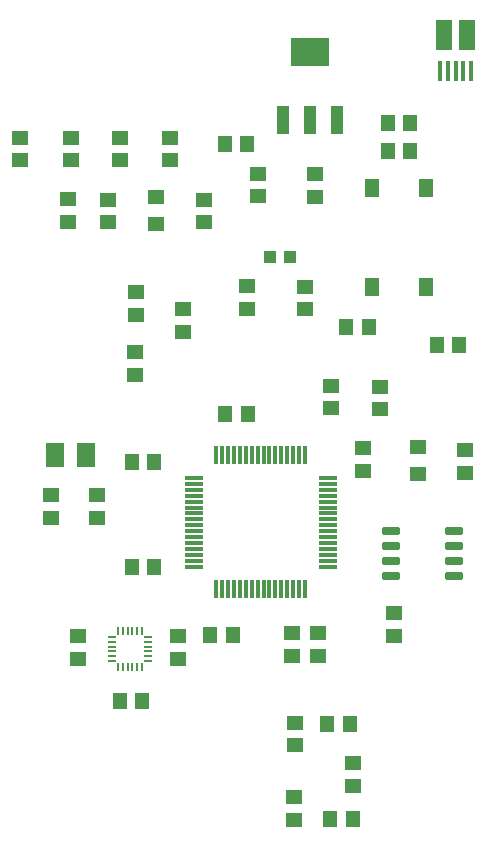
<source format=gbr>
%TF.GenerationSoftware,Altium Limited,Altium Designer,20.2.5 (213)*%
G04 Layer_Color=8421504*
%FSLAX45Y45*%
%MOMM*%
%TF.SameCoordinates,0B4FD596-2A60-4D0F-BAE7-1B06E363B609*%
%TF.FilePolarity,Positive*%
%TF.FileFunction,Paste,Top*%
%TF.Part,Single*%
G01*
G75*
%TA.AperFunction,SMDPad,CuDef*%
%ADD10R,1.39700X1.27000*%
%ADD11R,1.20000X1.40000*%
G04:AMPARAMS|DCode=12|XSize=1.58mm|YSize=0.6mm|CornerRadius=0.075mm|HoleSize=0mm|Usage=FLASHONLY|Rotation=0.000|XOffset=0mm|YOffset=0mm|HoleType=Round|Shape=RoundedRectangle|*
%AMROUNDEDRECTD12*
21,1,1.58000,0.45000,0,0,0.0*
21,1,1.43000,0.60000,0,0,0.0*
1,1,0.15000,0.71500,-0.22500*
1,1,0.15000,-0.71500,-0.22500*
1,1,0.15000,-0.71500,0.22500*
1,1,0.15000,0.71500,0.22500*
%
%ADD12ROUNDEDRECTD12*%
G04:AMPARAMS|DCode=13|XSize=1.56mm|YSize=0.28mm|CornerRadius=0.07mm|HoleSize=0mm|Usage=FLASHONLY|Rotation=90.000|XOffset=0mm|YOffset=0mm|HoleType=Round|Shape=RoundedRectangle|*
%AMROUNDEDRECTD13*
21,1,1.56000,0.14000,0,0,90.0*
21,1,1.42000,0.28000,0,0,90.0*
1,1,0.14000,0.07000,0.71000*
1,1,0.14000,0.07000,-0.71000*
1,1,0.14000,-0.07000,-0.71000*
1,1,0.14000,-0.07000,0.71000*
%
%ADD13ROUNDEDRECTD13*%
G04:AMPARAMS|DCode=14|XSize=1.56mm|YSize=0.28mm|CornerRadius=0.07mm|HoleSize=0mm|Usage=FLASHONLY|Rotation=180.000|XOffset=0mm|YOffset=0mm|HoleType=Round|Shape=RoundedRectangle|*
%AMROUNDEDRECTD14*
21,1,1.56000,0.14000,0,0,180.0*
21,1,1.42000,0.28000,0,0,180.0*
1,1,0.14000,-0.71000,0.07000*
1,1,0.14000,0.71000,0.07000*
1,1,0.14000,0.71000,-0.07000*
1,1,0.14000,-0.71000,-0.07000*
%
%ADD14ROUNDEDRECTD14*%
%ADD15R,1.40000X1.20000*%
%ADD16R,1.00000X2.40000*%
%ADD17R,3.30000X2.40000*%
%ADD18R,1.10000X1.00000*%
%TA.AperFunction,ConnectorPad*%
%ADD19R,1.42500X2.50000*%
%ADD20R,0.40000X1.75000*%
%TA.AperFunction,SMDPad,CuDef*%
G04:AMPARAMS|DCode=22|XSize=0.22mm|YSize=0.64mm|CornerRadius=0.0275mm|HoleSize=0mm|Usage=FLASHONLY|Rotation=0.000|XOffset=0mm|YOffset=0mm|HoleType=Round|Shape=RoundedRectangle|*
%AMROUNDEDRECTD22*
21,1,0.22000,0.58500,0,0,0.0*
21,1,0.16500,0.64000,0,0,0.0*
1,1,0.05500,0.08250,-0.29250*
1,1,0.05500,-0.08250,-0.29250*
1,1,0.05500,-0.08250,0.29250*
1,1,0.05500,0.08250,0.29250*
%
%ADD22ROUNDEDRECTD22*%
G04:AMPARAMS|DCode=23|XSize=0.64mm|YSize=0.22mm|CornerRadius=0.0275mm|HoleSize=0mm|Usage=FLASHONLY|Rotation=0.000|XOffset=0mm|YOffset=0mm|HoleType=Round|Shape=RoundedRectangle|*
%AMROUNDEDRECTD23*
21,1,0.64000,0.16500,0,0,0.0*
21,1,0.58500,0.22000,0,0,0.0*
1,1,0.05500,0.29250,-0.08250*
1,1,0.05500,-0.29250,-0.08250*
1,1,0.05500,-0.29250,0.08250*
1,1,0.05500,0.29250,0.08250*
%
%ADD23ROUNDEDRECTD23*%
%ADD24R,1.65000X2.00000*%
%ADD25R,1.27000X1.52400*%
D10*
X10248900Y9245600D02*
D03*
Y9474200D02*
D03*
X12471400Y7124700D02*
D03*
Y7353300D02*
D03*
D11*
X10712260Y5766140D02*
D03*
X10902260D02*
D03*
X11030140Y7632360D02*
D03*
X10840140D02*
D03*
X10833100Y9918700D02*
D03*
X11023100D02*
D03*
X11729140Y4210320D02*
D03*
X11919140D02*
D03*
X11703740Y5010420D02*
D03*
X11893740D02*
D03*
X11861800Y8369300D02*
D03*
X12051800D02*
D03*
X9944600Y5207000D02*
D03*
X10134600D02*
D03*
X12215834Y9861392D02*
D03*
X12405834D02*
D03*
X12819960Y8222980D02*
D03*
X12629960D02*
D03*
X12216334Y10102692D02*
D03*
X12406334D02*
D03*
X10236200Y6337300D02*
D03*
X10046200D02*
D03*
X10236200Y7226300D02*
D03*
X10046200D02*
D03*
D12*
X12242500Y6642100D02*
D03*
Y6515100D02*
D03*
Y6388100D02*
D03*
Y6261100D02*
D03*
X12776500D02*
D03*
Y6388100D02*
D03*
Y6515100D02*
D03*
Y6642100D02*
D03*
D13*
X11512900Y7286300D02*
D03*
X11462900D02*
D03*
X11412900D02*
D03*
X11362900D02*
D03*
X11312900D02*
D03*
X11262900D02*
D03*
X11212900D02*
D03*
X11162900D02*
D03*
X11112900D02*
D03*
X11062900D02*
D03*
X11012900D02*
D03*
X10962900D02*
D03*
X10912900D02*
D03*
X10862900D02*
D03*
X10812900D02*
D03*
X10762900D02*
D03*
Y6150300D02*
D03*
X10812900D02*
D03*
X10862900D02*
D03*
X10912900D02*
D03*
X10962900D02*
D03*
X11012900D02*
D03*
X11062900D02*
D03*
X11112900D02*
D03*
X11162900D02*
D03*
X11212900D02*
D03*
X11262900D02*
D03*
X11312900D02*
D03*
X11362900D02*
D03*
X11412900D02*
D03*
X11462900D02*
D03*
X11512900D02*
D03*
D14*
X10569900Y7093300D02*
D03*
Y7043300D02*
D03*
Y6993300D02*
D03*
Y6943300D02*
D03*
Y6893300D02*
D03*
Y6843300D02*
D03*
Y6793300D02*
D03*
Y6743300D02*
D03*
Y6693300D02*
D03*
Y6643300D02*
D03*
Y6593300D02*
D03*
Y6543300D02*
D03*
Y6493300D02*
D03*
Y6443300D02*
D03*
Y6393300D02*
D03*
Y6343300D02*
D03*
X11705900D02*
D03*
Y6393300D02*
D03*
Y6443300D02*
D03*
Y6493300D02*
D03*
Y6543300D02*
D03*
Y6593300D02*
D03*
Y6643300D02*
D03*
Y6693300D02*
D03*
Y6743300D02*
D03*
Y6793300D02*
D03*
Y6843300D02*
D03*
Y6893300D02*
D03*
Y6943300D02*
D03*
Y6993300D02*
D03*
Y7043300D02*
D03*
Y7093300D02*
D03*
D15*
X11404600Y5588000D02*
D03*
Y5778000D02*
D03*
X12001160Y7156260D02*
D03*
Y7346260D02*
D03*
X10369820Y9975160D02*
D03*
Y9785160D02*
D03*
X9099820Y9975160D02*
D03*
Y9785160D02*
D03*
X9531620Y9975160D02*
D03*
Y9785160D02*
D03*
X9506220Y9454460D02*
D03*
Y9264460D02*
D03*
X9950720Y9975160D02*
D03*
Y9785160D02*
D03*
X12865100Y7137900D02*
D03*
Y7327900D02*
D03*
X9842160Y9448300D02*
D03*
Y9258300D02*
D03*
X11595100Y9474200D02*
D03*
Y9664200D02*
D03*
X11115505Y9477140D02*
D03*
Y9667140D02*
D03*
X11023260Y8717860D02*
D03*
Y8527860D02*
D03*
X10655300Y9448300D02*
D03*
Y9258300D02*
D03*
X11734800Y7684000D02*
D03*
Y7874000D02*
D03*
X11919220Y4679260D02*
D03*
Y4489260D02*
D03*
X11426434Y4832160D02*
D03*
Y5022160D02*
D03*
X12270407Y5757340D02*
D03*
Y5947340D02*
D03*
X11423808Y4390580D02*
D03*
Y4200580D02*
D03*
X9587736Y5562252D02*
D03*
Y5752252D02*
D03*
X10439400Y5752600D02*
D03*
Y5562600D02*
D03*
X11512900Y8521200D02*
D03*
Y8711200D02*
D03*
X12147820Y7866960D02*
D03*
Y7676960D02*
D03*
X10477500Y8331200D02*
D03*
Y8521200D02*
D03*
X9359900Y6946900D02*
D03*
Y6756900D02*
D03*
X9754234Y6946900D02*
D03*
Y6756900D02*
D03*
X10070760Y8159060D02*
D03*
Y7969060D02*
D03*
X10083460Y8667060D02*
D03*
Y8477060D02*
D03*
X11627825Y5778000D02*
D03*
Y5588000D02*
D03*
D16*
X11327000Y10124000D02*
D03*
X11557000D02*
D03*
X11787000D02*
D03*
D17*
X11557000Y10704000D02*
D03*
D18*
X11218000Y8966200D02*
D03*
X11388000D02*
D03*
D19*
X12694150Y10848500D02*
D03*
X12886650D02*
D03*
D20*
X12660400Y10541000D02*
D03*
X12725400D02*
D03*
X12790400D02*
D03*
X12855400D02*
D03*
X12920399D02*
D03*
D22*
X9931434Y5799492D02*
D03*
X9971434D02*
D03*
X10011434D02*
D03*
X10051434D02*
D03*
X10091434D02*
D03*
X10131434D02*
D03*
Y5490492D02*
D03*
X10091434D02*
D03*
X10051434D02*
D03*
X10011434D02*
D03*
X9971434D02*
D03*
X9931434D02*
D03*
D23*
X10185934Y5744992D02*
D03*
Y5704992D02*
D03*
Y5664992D02*
D03*
Y5624992D02*
D03*
Y5584992D02*
D03*
Y5544992D02*
D03*
X9876934D02*
D03*
Y5584992D02*
D03*
Y5624992D02*
D03*
Y5664992D02*
D03*
Y5704992D02*
D03*
Y5744992D02*
D03*
D24*
X9398000Y7289800D02*
D03*
X9658000D02*
D03*
D25*
X12077700Y8712200D02*
D03*
X12534900D02*
D03*
X12077700Y9550400D02*
D03*
X12534900D02*
D03*
%TF.MD5,671503629ca505897e25707d63257814*%
M02*

</source>
